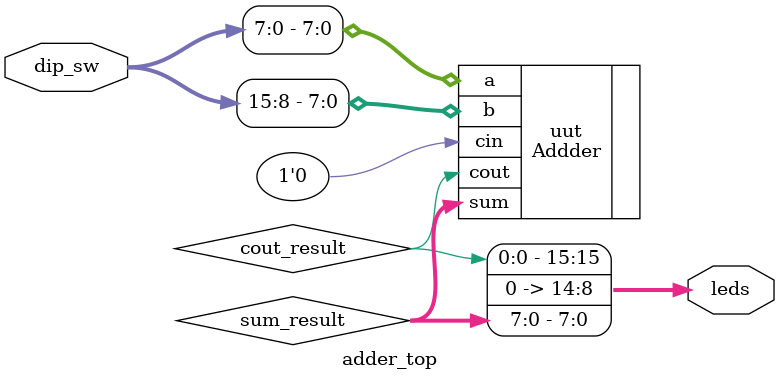
<source format=v>
`timescale 1ns / 1ps


// 顶层模块，用于将8位加法器连接到开发板的拨码开关和LED
module adder_top (
    input  [31:0] dip_sw,  // 16位输入，来自16个拨码开关
    output [15:0] leds     // 16位输出，连接到16个LED灯
);

    // 定义内部线网，用于连接加法器模块
    wire [7:0] sum_result;   // 用于存放加法器的和
    wire       cout_result;  // 用于存放加法器的进位输出 (溢出)

    Addder uut (
        .a    (dip_sw[7:0]),    // 加数 a 连接到拨码开关 0-7
        .b    (dip_sw[15:8]),   // 加数 b 连接到拨码开关 8-15
        .cin  (1'b0),          // 进位输入接地 (设为0)，如果需要也可以连接到另一个开关
        .sum  (sum_result),    // 加法器的和输出
        .cout (cout_result)    // 加法器的进位输出
    );

    // 将加法器的结果分配给LED灯
    // assign leds[输出引脚] = [来自模块的信号];

    // 和的结果显示在 LED 0-7 上
    assign leds[7:0] = sum_result;

    // 溢出 (cout) 的结果显示在 LED 15 上
    assign leds[15] = cout_result;

    // 将未使用的LED灯熄灭 (赋值为0)
    assign leds[14:8] = 7'b0000000;

endmodule

</source>
